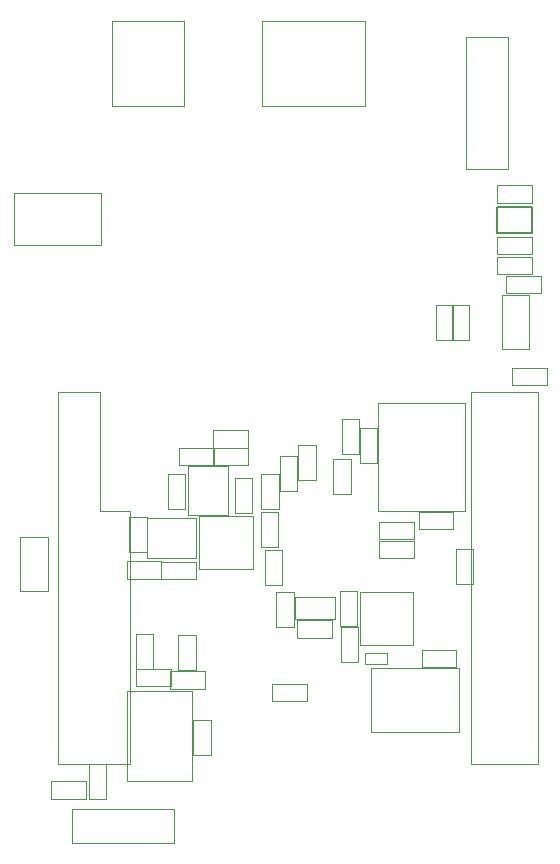
<source format=gbr>
G04 #@! TF.GenerationSoftware,KiCad,Pcbnew,7.0.11-7.0.11~ubuntu23.10.1*
G04 #@! TF.CreationDate,2024-06-16T14:32:52+02:00*
G04 #@! TF.ProjectId,WiRoc_NanoPi,5769526f-635f-44e6-916e-6f50692e6b69,rev?*
G04 #@! TF.SameCoordinates,Original*
G04 #@! TF.FileFunction,Other,User*
%FSLAX46Y46*%
G04 Gerber Fmt 4.6, Leading zero omitted, Abs format (unit mm)*
G04 Created by KiCad (PCBNEW 7.0.11-7.0.11~ubuntu23.10.1) date 2024-06-16 14:32:52*
%MOMM*%
%LPD*%
G01*
G04 APERTURE LIST*
%ADD10C,0.050000*%
%ADD11C,0.150000*%
G04 APERTURE END LIST*
D10*
G04 #@! TO.C,U5*
X10358700Y24320400D02*
X10358700Y20920400D01*
X10358700Y20920400D02*
X14458700Y20920400D01*
X14458700Y24320400D02*
X10358700Y24320400D01*
X14458700Y20920400D02*
X14458700Y24320400D01*
G04 #@! TO.C,C7*
X6850000Y3486600D02*
X6850000Y526600D01*
X5390000Y3486600D02*
X6850000Y3486600D01*
X6850000Y526600D02*
X5390000Y526600D01*
X5390000Y526600D02*
X5390000Y3486600D01*
G04 #@! TO.C,C14*
X10293530Y24419680D02*
X10293530Y21459680D01*
X8833530Y24419680D02*
X10293530Y24419680D01*
X10293530Y21459680D02*
X8833530Y21459680D01*
X8833530Y21459680D02*
X8833530Y24419680D01*
G04 #@! TO.C,R9*
X8597400Y20658000D02*
X11557400Y20658000D01*
X8597400Y19198000D02*
X8597400Y20658000D01*
X11557400Y20658000D02*
X11557400Y19198000D01*
X11557400Y19198000D02*
X8597400Y19198000D01*
G04 #@! TO.C,C15*
X-388000Y18147000D02*
X-388000Y22747000D01*
X1912000Y18147000D02*
X-388000Y18147000D01*
X-388000Y22747000D02*
X1912000Y22747000D01*
X1912000Y22747000D02*
X1912000Y18147000D01*
G04 #@! TO.C,R4*
X2227000Y2025400D02*
X5187000Y2025400D01*
X2227000Y565400D02*
X2227000Y2025400D01*
X5187000Y2025400D02*
X5187000Y565400D01*
X5187000Y565400D02*
X2227000Y565400D01*
G04 #@! TO.C,J6*
X12590000Y-300000D02*
X3940000Y-300000D01*
X3940000Y-300000D02*
X3940000Y-3200000D01*
X12590000Y-3200000D02*
X12590000Y-300000D01*
X3940000Y-3200000D02*
X12590000Y-3200000D01*
G04 #@! TO.C,R10*
X14478400Y19172600D02*
X11518400Y19172600D01*
X14478400Y20632600D02*
X14478400Y19172600D01*
X11518400Y19172600D02*
X11518400Y20632600D01*
X11518400Y20632600D02*
X14478400Y20632600D01*
G04 #@! TO.C,R12*
X44180000Y35570000D02*
X41220000Y35570000D01*
X44180000Y37030000D02*
X44180000Y35570000D01*
X41220000Y35570000D02*
X41220000Y37030000D01*
X41220000Y37030000D02*
X44180000Y37030000D01*
G04 #@! TO.C,R3*
X32913700Y20930100D02*
X29953700Y20930100D01*
X32913700Y22390100D02*
X32913700Y20930100D01*
X29953700Y20930100D02*
X29953700Y22390100D01*
X29953700Y22390100D02*
X32913700Y22390100D01*
G04 #@! TO.C,C10*
X21291800Y15080800D02*
X21291800Y18040800D01*
X22751800Y15080800D02*
X21291800Y15080800D01*
X21291800Y18040800D02*
X22751800Y18040800D01*
X22751800Y18040800D02*
X22751800Y15080800D01*
G04 #@! TO.C,R2*
X24606000Y30537600D02*
X24606000Y27577600D01*
X23146000Y30537600D02*
X24606000Y30537600D01*
X24606000Y27577600D02*
X23146000Y27577600D01*
X23146000Y27577600D02*
X23146000Y30537600D01*
G04 #@! TO.C,C5*
X19996400Y21837200D02*
X19996400Y24797200D01*
X21456400Y21837200D02*
X19996400Y21837200D01*
X19996400Y24797200D02*
X21456400Y24797200D01*
X21456400Y24797200D02*
X21456400Y21837200D01*
G04 #@! TO.C,R1*
X32901700Y22569600D02*
X29941700Y22569600D01*
X32901700Y24029600D02*
X32901700Y22569600D01*
X29941700Y22569600D02*
X29941700Y24029600D01*
X29941700Y24029600D02*
X32901700Y24029600D01*
G04 #@! TO.C,L1*
X32882400Y18074200D02*
X28382400Y18074200D01*
X28382400Y18074200D02*
X28382400Y13574200D01*
X32882400Y13574200D02*
X32882400Y18074200D01*
X28382400Y13574200D02*
X32882400Y13574200D01*
G04 #@! TO.C,C4*
X21786600Y21622200D02*
X21786600Y18662200D01*
X20326600Y21622200D02*
X21786600Y21622200D01*
X21786600Y18662200D02*
X20326600Y18662200D01*
X20326600Y18662200D02*
X20326600Y21622200D01*
G04 #@! TO.C,C11*
X26752800Y12109000D02*
X26752800Y15069000D01*
X28212800Y12109000D02*
X26752800Y12109000D01*
X26752800Y15069000D02*
X28212800Y15069000D01*
X28212800Y15069000D02*
X28212800Y12109000D01*
G04 #@! TO.C,C9*
X23005600Y15665200D02*
X25965600Y15665200D01*
X23005600Y14205200D02*
X23005600Y15665200D01*
X25965600Y15665200D02*
X25965600Y14205200D01*
X25965600Y14205200D02*
X23005600Y14205200D01*
G04 #@! TO.C,C1*
X26110000Y26350000D02*
X26110000Y29310000D01*
X27570000Y26350000D02*
X26110000Y26350000D01*
X26110000Y29310000D02*
X27570000Y29310000D01*
X27570000Y29310000D02*
X27570000Y26350000D01*
G04 #@! TO.C,C6*
X21571200Y26612400D02*
X21571200Y29572400D01*
X23031200Y26612400D02*
X21571200Y26612400D01*
X21571200Y29572400D02*
X23031200Y29572400D01*
X23031200Y29572400D02*
X23031200Y26612400D01*
G04 #@! TO.C,R5*
X26241800Y15737800D02*
X22881800Y15737800D01*
X26241800Y17637800D02*
X26241800Y15737800D01*
X22881800Y15737800D02*
X22881800Y17637800D01*
X22881800Y17637800D02*
X26241800Y17637800D01*
G04 #@! TO.C,C3*
X23880000Y8795000D02*
X20920000Y8795000D01*
X23880000Y10255000D02*
X23880000Y8795000D01*
X20920000Y8795000D02*
X20920000Y10255000D01*
X20920000Y10255000D02*
X23880000Y10255000D01*
G04 #@! TO.C,R11*
X43680000Y43370000D02*
X40720000Y43370000D01*
X43680000Y44830000D02*
X43680000Y43370000D01*
X40720000Y43370000D02*
X40720000Y44830000D01*
X40720000Y44830000D02*
X43680000Y44830000D01*
G04 #@! TO.C,C18*
X37630000Y42380000D02*
X37630000Y39420000D01*
X36170000Y42380000D02*
X37630000Y42380000D01*
X37630000Y39420000D02*
X36170000Y39420000D01*
X36170000Y39420000D02*
X36170000Y42380000D01*
G04 #@! TO.C,R6*
X42927740Y46670500D02*
X39967740Y46670500D01*
X42927740Y48130500D02*
X42927740Y46670500D01*
X39967740Y46670500D02*
X39967740Y48130500D01*
X39967740Y48130500D02*
X42927740Y48130500D01*
G04 #@! TO.C,R13*
X42897260Y51026600D02*
X39937260Y51026600D01*
X42897260Y52486600D02*
X42897260Y51026600D01*
X39937260Y51026600D02*
X39937260Y52486600D01*
X39937260Y52486600D02*
X42897260Y52486600D01*
G04 #@! TO.C,R14*
X42937900Y44948380D02*
X39977900Y44948380D01*
X42937900Y46408380D02*
X42937900Y44948380D01*
X39977900Y44948380D02*
X39977900Y46408380D01*
X39977900Y46408380D02*
X42937900Y46408380D01*
D11*
G04 #@! TO.C,D1*
X40002820Y50654420D02*
X40002820Y48454420D01*
X40002820Y48454420D02*
X42902820Y48454420D01*
X42902820Y50654420D02*
X40002820Y50654420D01*
X42902820Y48454420D02*
X42902820Y50654420D01*
D10*
G04 #@! TO.C,C17*
X42710000Y43200000D02*
X42710000Y38600000D01*
X40410000Y43200000D02*
X42710000Y43200000D01*
X42710000Y38600000D02*
X40410000Y38600000D01*
X40410000Y38600000D02*
X40410000Y43200000D01*
G04 #@! TO.C,C16*
X36230000Y42380000D02*
X36230000Y39420000D01*
X34770000Y42380000D02*
X36230000Y42380000D01*
X36230000Y39420000D02*
X34770000Y39420000D01*
X34770000Y39420000D02*
X34770000Y42380000D01*
G04 #@! TO.C,U2*
X37328000Y65040000D02*
X37328000Y53840000D01*
X37328000Y53840000D02*
X40928000Y53840000D01*
X40928000Y65040000D02*
X37328000Y65040000D01*
X40928000Y53840000D02*
X40928000Y65040000D01*
G04 #@! TO.C,C2*
X20021800Y25113800D02*
X20021800Y28073800D01*
X21481800Y25113800D02*
X20021800Y25113800D01*
X20021800Y28073800D02*
X21481800Y28073800D01*
X21481800Y28073800D02*
X21481800Y25113800D01*
G04 #@! TO.C,C8*
X26676600Y15182400D02*
X26676600Y18142400D01*
X28136600Y15182400D02*
X26676600Y15182400D01*
X26676600Y18142400D02*
X28136600Y18142400D01*
X28136600Y18142400D02*
X28136600Y15182400D01*
G04 #@! TO.C,J7*
X2760000Y35035000D02*
X2760000Y3485000D01*
X2760000Y3485000D02*
X8910000Y3485000D01*
X6360000Y35035000D02*
X2760000Y35035000D01*
X6360000Y24885000D02*
X6360000Y35035000D01*
X8910000Y24885000D02*
X6360000Y24885000D01*
X8910000Y3485000D02*
X8910000Y24885000D01*
X37770000Y35035000D02*
X37770000Y3485000D01*
X37770000Y3485000D02*
X43440000Y3485000D01*
X43440000Y35035000D02*
X37770000Y35035000D01*
X43440000Y3485000D02*
X43440000Y35035000D01*
G04 #@! TO.C,U8*
X14161334Y9718771D02*
X8661334Y9718771D01*
X8661334Y9718771D02*
X8661334Y2018771D01*
X14161334Y2018771D02*
X14161334Y9718771D01*
X8661334Y2018771D02*
X14161334Y2018771D01*
G04 #@! TO.C,C12*
X30628000Y11986000D02*
X28808000Y11986000D01*
X30628000Y12906000D02*
X30628000Y11986000D01*
X28808000Y11986000D02*
X28808000Y12906000D01*
X28808000Y12906000D02*
X30628000Y12906000D01*
G04 #@! TO.C,J8*
X20100000Y59250000D02*
X28750000Y59250000D01*
X28750000Y59250000D02*
X28750000Y66400000D01*
X20100000Y66400000D02*
X20100000Y59250000D01*
X28750000Y66400000D02*
X20100000Y66400000D01*
G04 #@! TO.C,C26*
X12121000Y25113800D02*
X12121000Y28073800D01*
X13581000Y25113800D02*
X12121000Y25113800D01*
X12121000Y28073800D02*
X13581000Y28073800D01*
X13581000Y28073800D02*
X13581000Y25113800D01*
G04 #@! TO.C,R16*
X15917600Y30244800D02*
X18877600Y30244800D01*
X15917600Y28784800D02*
X15917600Y30244800D01*
X18877600Y30244800D02*
X18877600Y28784800D01*
X18877600Y28784800D02*
X15917600Y28784800D01*
G04 #@! TO.C,J1*
X-960000Y47400000D02*
X6440000Y47400000D01*
X6440000Y47400000D02*
X6440000Y51850000D01*
X-960000Y51850000D02*
X-960000Y47400000D01*
X6440000Y51850000D02*
X-960000Y51850000D01*
G04 #@! TO.C,C21*
X14256505Y4285800D02*
X14256505Y7245800D01*
X15716505Y4285800D02*
X14256505Y4285800D01*
X14256505Y7245800D02*
X15716505Y7245800D01*
X15716505Y7245800D02*
X15716505Y4285800D01*
G04 #@! TO.C,U9*
X29320000Y11590000D02*
X29320000Y6190000D01*
X29320000Y6190000D02*
X36720000Y6190000D01*
X36720000Y11590000D02*
X29320000Y11590000D01*
X36720000Y6190000D02*
X36720000Y11590000D01*
G04 #@! TO.C,C22*
X12380000Y10070000D02*
X9420000Y10070000D01*
X12380000Y11530000D02*
X12380000Y10070000D01*
X9420000Y10070000D02*
X9420000Y11530000D01*
X9420000Y11530000D02*
X12380000Y11530000D01*
G04 #@! TO.C,R15*
X18877600Y30283400D02*
X15917600Y30283400D01*
X18877600Y31743400D02*
X18877600Y30283400D01*
X15917600Y30283400D02*
X15917600Y31743400D01*
X15917600Y31743400D02*
X18877600Y31743400D01*
G04 #@! TO.C,C20*
X15209505Y9887200D02*
X12249505Y9887200D01*
X15209505Y11347200D02*
X15209505Y9887200D01*
X12249505Y9887200D02*
X12249505Y11347200D01*
X12249505Y11347200D02*
X15209505Y11347200D01*
G04 #@! TO.C,R17*
X28353000Y29000000D02*
X28353000Y31960000D01*
X29813000Y29000000D02*
X28353000Y29000000D01*
X28353000Y31960000D02*
X29813000Y31960000D01*
X29813000Y31960000D02*
X29813000Y29000000D01*
G04 #@! TO.C,C13*
X36532000Y11716000D02*
X33572000Y11716000D01*
X36532000Y13176000D02*
X36532000Y11716000D01*
X33572000Y11716000D02*
X33572000Y13176000D01*
X33572000Y13176000D02*
X36532000Y13176000D01*
G04 #@! TO.C,L3*
X19268000Y20000400D02*
X19268000Y24500400D01*
X19268000Y24500400D02*
X14768000Y24500400D01*
X14768000Y20000400D02*
X19268000Y20000400D01*
X14768000Y24500400D02*
X14768000Y20000400D01*
G04 #@! TO.C,U4*
X29893000Y34044000D02*
X29893000Y24884000D01*
X29893000Y24884000D02*
X37293000Y24884000D01*
X37293000Y34044000D02*
X29893000Y34044000D01*
X37293000Y24884000D02*
X37293000Y34044000D01*
G04 #@! TO.C,R7*
X36278000Y23400000D02*
X33318000Y23400000D01*
X36278000Y24860000D02*
X36278000Y23400000D01*
X33318000Y23400000D02*
X33318000Y24860000D01*
X33318000Y24860000D02*
X36278000Y24860000D01*
G04 #@! TO.C,U10*
X17177400Y28689100D02*
X13777400Y28689100D01*
X13777400Y28689100D02*
X13777400Y24589100D01*
X17177400Y24589100D02*
X17177400Y28689100D01*
X13777400Y24589100D02*
X17177400Y24589100D01*
G04 #@! TO.C,R8*
X37941000Y21673000D02*
X37941000Y18713000D01*
X36481000Y21673000D02*
X37941000Y21673000D01*
X37941000Y18713000D02*
X36481000Y18713000D01*
X36481000Y18713000D02*
X36481000Y21673000D01*
G04 #@! TO.C,J2*
X7400000Y59250000D02*
X13500000Y59250000D01*
X13500000Y59250000D02*
X13500000Y66400000D01*
X7400000Y66400000D02*
X7400000Y59250000D01*
X13500000Y66400000D02*
X7400000Y66400000D01*
G04 #@! TO.C,C24*
X10839705Y14535600D02*
X10839705Y11575600D01*
X9379705Y14535600D02*
X10839705Y14535600D01*
X10839705Y11575600D02*
X9379705Y11575600D01*
X9379705Y11575600D02*
X9379705Y14535600D01*
G04 #@! TO.C,C25*
X16032800Y28784800D02*
X13072800Y28784800D01*
X16032800Y30244800D02*
X16032800Y28784800D01*
X13072800Y28784800D02*
X13072800Y30244800D01*
X13072800Y30244800D02*
X16032800Y30244800D01*
G04 #@! TO.C,C27*
X17785200Y24758200D02*
X17785200Y27718200D01*
X19245200Y24758200D02*
X17785200Y24758200D01*
X17785200Y27718200D02*
X19245200Y27718200D01*
X19245200Y27718200D02*
X19245200Y24758200D01*
G04 #@! TO.C,C23*
X14441334Y14453371D02*
X14441334Y11493371D01*
X12981334Y14453371D02*
X14441334Y14453371D01*
X14441334Y11493371D02*
X12981334Y11493371D01*
X12981334Y11493371D02*
X12981334Y14453371D01*
G04 #@! TO.C,C19*
X26829000Y29762000D02*
X26829000Y32722000D01*
X28289000Y29762000D02*
X26829000Y29762000D01*
X26829000Y32722000D02*
X28289000Y32722000D01*
X28289000Y32722000D02*
X28289000Y29762000D01*
G04 #@! TD*
M02*

</source>
